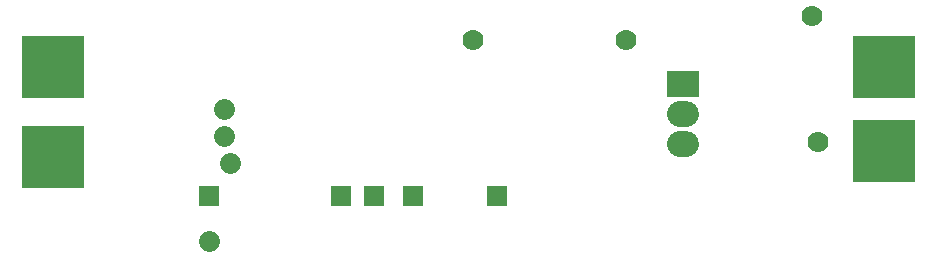
<source format=gbs>
G04 ---------------------------- Layer name :BOTTOM SOLDER LAYER*
G04 EasyEDA v5.6.15, Thu, 09 Aug 2018 00:10:23 GMT*
G04 1eb12ba90bff44d893ac4b1b4a3eba8c*
G04 Gerber Generator version 0.2*
G04 Scale: 100 percent, Rotated: No, Reflected: No *
G04 Dimensions in millimeters *
G04 leading zeros omitted , absolute positions ,3 integer and 3 decimal *
%FSLAX33Y33*%
%MOMM*%
G90*
G71D02*

%ADD41C,2.203196*%
%ADD42C,1.778203*%
%ADD43C,1.778254*%
%ADD44R,2.703195X2.203196*%
%ADD45R,1.778000X1.778000*%
%ADD46R,1.778000X1.778254*%
%ADD47R,2.203196X2.203196*%
%ADD48C,1.778000*%

%LPD*%
G54D41*
G01X57145Y11557D02*
G01X56646Y11557D01*
G01X57145Y14097D02*
G01X56646Y14097D01*
G54D42*
G01X18034Y14478D02*
G01X18033Y14478D01*
G54D43*
G01X18034Y12192D02*
G01X18034Y12192D01*
G01X18542Y9906D02*
G01X18542Y9906D01*
G01X16764Y3302D02*
G01X16764Y3302D01*
G54D44*
G01X56896Y16637D03*
G54D45*
G01X27940Y7112D03*
G01X30734Y7112D03*
G01X34036Y7112D03*
G54D46*
G01X41148Y7112D03*
G54D45*
G01X16764Y7112D03*
G54D43*
G01X67818Y22352D03*
G01X68326Y11684D03*
G54D47*
G01X3556Y18034D03*
G01X5080Y18034D03*
G01X2032Y18034D03*
G01X3556Y16510D03*
G01X5080Y16510D03*
G01X2032Y16510D03*
G01X3556Y19558D03*
G01X5080Y19558D03*
G01X2032Y19558D03*
G01X3556Y10414D03*
G01X5080Y10414D03*
G01X2032Y10414D03*
G01X3556Y8890D03*
G01X5080Y8890D03*
G01X2032Y8890D03*
G01X3556Y11938D03*
G01X5080Y11938D03*
G01X2032Y11938D03*
G01X73914Y10922D03*
G01X75438Y10922D03*
G01X72390Y10922D03*
G01X73914Y9398D03*
G01X75438Y9398D03*
G01X72390Y9398D03*
G01X73914Y12446D03*
G01X75438Y12446D03*
G01X72390Y12446D03*
G01X73914Y18034D03*
G01X75438Y18034D03*
G01X72390Y18034D03*
G01X73914Y16510D03*
G01X75438Y16510D03*
G01X72390Y16510D03*
G01X73914Y19558D03*
G01X75438Y19558D03*
G01X72390Y19558D03*
G54D48*
G01X52070Y20320D03*
G01X39116Y20320D03*
M00*
M02*

</source>
